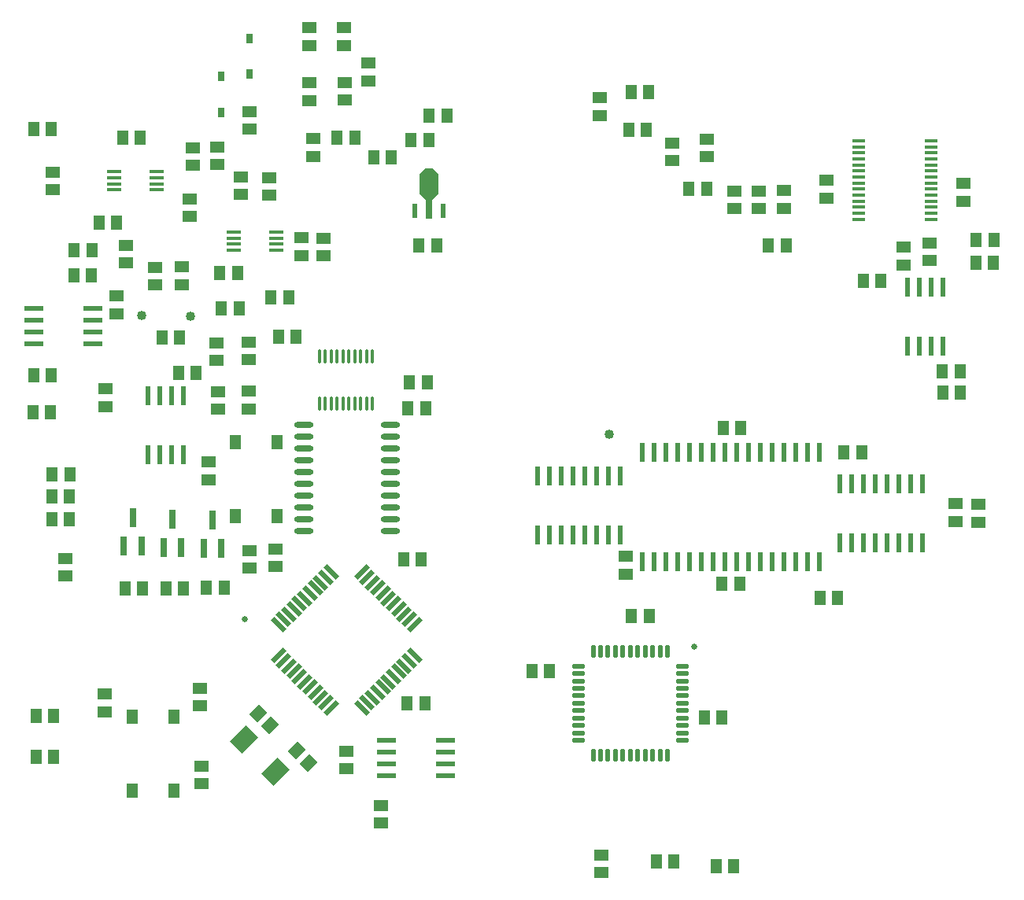
<source format=gtp>
G04*
G04 #@! TF.GenerationSoftware,Altium Limited,Altium Designer,18.1.3 (115)*
G04*
G04 Layer_Color=8421504*
%FSAX25Y25*%
%MOIN*%
G70*
G01*
G75*
%ADD19O,0.06299X0.01496*%
%ADD20C,0.02500*%
%ADD21R,0.05118X0.05906*%
%ADD22R,0.05906X0.05118*%
%ADD23R,0.02400X0.08000*%
%ADD24R,0.05118X0.06102*%
%ADD25R,0.08000X0.02400*%
G04:AMPARAMS|DCode=26|XSize=51.18mil|YSize=59.06mil|CornerRadius=0mil|HoleSize=0mil|Usage=FLASHONLY|Rotation=135.000|XOffset=0mil|YOffset=0mil|HoleType=Round|Shape=Rectangle|*
%AMROTATEDRECTD26*
4,1,4,0.03897,0.00278,-0.00278,-0.03897,-0.03897,-0.00278,0.00278,0.03897,0.03897,0.00278,0.0*
%
%ADD26ROTATEDRECTD26*%

G04:AMPARAMS|DCode=27|XSize=70.87mil|YSize=94.49mil|CornerRadius=0mil|HoleSize=0mil|Usage=FLASHONLY|Rotation=135.000|XOffset=0mil|YOffset=0mil|HoleType=Round|Shape=Rectangle|*
%AMROTATEDRECTD27*
4,1,4,0.05846,0.00835,-0.00835,-0.05846,-0.05846,-0.00835,0.00835,0.05846,0.05846,0.00835,0.0*
%
%ADD27ROTATEDRECTD27*%

G04:AMPARAMS|DCode=28|XSize=70.87mil|YSize=19.68mil|CornerRadius=0mil|HoleSize=0mil|Usage=FLASHONLY|Rotation=135.000|XOffset=0mil|YOffset=0mil|HoleType=Round|Shape=Rectangle|*
%AMROTATEDRECTD28*
4,1,4,0.03202,-0.01810,0.01810,-0.03202,-0.03202,0.01810,-0.01810,0.03202,0.03202,-0.01810,0.0*
%
%ADD28ROTATEDRECTD28*%

G04:AMPARAMS|DCode=29|XSize=70.87mil|YSize=19.68mil|CornerRadius=0mil|HoleSize=0mil|Usage=FLASHONLY|Rotation=45.000|XOffset=0mil|YOffset=0mil|HoleType=Round|Shape=Rectangle|*
%AMROTATEDRECTD29*
4,1,4,-0.01810,-0.03202,-0.03202,-0.01810,0.01810,0.03202,0.03202,0.01810,-0.01810,-0.03202,0.0*
%
%ADD29ROTATEDRECTD29*%

%ADD30R,0.03150X0.08000*%
%ADD31R,0.03150X0.08024*%
%ADD32O,0.08268X0.02362*%
%ADD33O,0.01378X0.06102*%
%ADD34C,0.04000*%
%ADD35R,0.02953X0.03937*%
%ADD36R,0.05709X0.01496*%
%ADD37O,0.05709X0.01496*%
%ADD38R,0.02362X0.06299*%
%ADD39R,0.02756X0.07874*%
%ADD40R,0.05906X0.05118*%
%ADD41R,0.05118X0.05906*%
%ADD42O,0.01968X0.05709*%
%ADD43O,0.05709X0.01968*%
%ADD44R,0.02165X0.07874*%
G36*
X0327753Y0412687D02*
Y0404419D01*
X0325194Y0401860D01*
X0322438D01*
X0319879Y0404419D01*
Y0412687D01*
X0322438Y0415246D01*
X0325194D01*
X0327753Y0412687D01*
D02*
G37*
D19*
X0190461Y0413755D02*
D03*
Y0411196D02*
D03*
Y0408637D02*
D03*
Y0406078D02*
D03*
X0208571Y0413755D02*
D03*
Y0411196D02*
D03*
Y0408637D02*
D03*
Y0406078D02*
D03*
X0241061Y0388155D02*
D03*
Y0385596D02*
D03*
Y0383037D02*
D03*
Y0380478D02*
D03*
X0259171Y0388155D02*
D03*
Y0385596D02*
D03*
Y0383037D02*
D03*
Y0380478D02*
D03*
D20*
X0245816Y0224116D02*
D03*
X0436183Y0212416D02*
D03*
D21*
X0541376Y0320116D02*
D03*
X0548856D02*
D03*
X0563156Y0384916D02*
D03*
X0555676D02*
D03*
X0562956Y0375216D02*
D03*
X0555476D02*
D03*
X0489376Y0233216D02*
D03*
X0496856D02*
D03*
X0315676Y0324616D02*
D03*
X0323156D02*
D03*
X0217776Y0328416D02*
D03*
X0225256D02*
D03*
X0164956Y0165716D02*
D03*
X0157476D02*
D03*
X0427656Y0121416D02*
D03*
X0420176D02*
D03*
X0314676Y0188616D02*
D03*
X0322156D02*
D03*
X0313076Y0249316D02*
D03*
X0320556D02*
D03*
X0202556Y0237216D02*
D03*
X0195076D02*
D03*
X0171756Y0285316D02*
D03*
X0164276D02*
D03*
X0171556Y0266616D02*
D03*
X0164076D02*
D03*
X0171656Y0276016D02*
D03*
X0164176D02*
D03*
X0499676Y0294716D02*
D03*
X0507156D02*
D03*
X0447876Y0239016D02*
D03*
X0455356D02*
D03*
X0455856Y0305116D02*
D03*
X0448376D02*
D03*
X0314976Y0313316D02*
D03*
X0322456D02*
D03*
X0541276Y0329116D02*
D03*
X0548756D02*
D03*
X0260055Y0343816D02*
D03*
X0267536D02*
D03*
X0256876Y0360616D02*
D03*
X0264356D02*
D03*
X0210776Y0343616D02*
D03*
X0218256D02*
D03*
X0156176Y0311916D02*
D03*
X0163656D02*
D03*
X0156376Y0327416D02*
D03*
X0163856D02*
D03*
X0242756Y0370716D02*
D03*
X0235276D02*
D03*
X0307856Y0419816D02*
D03*
X0300376D02*
D03*
X0243356Y0355816D02*
D03*
X0235876D02*
D03*
X0184176Y0392216D02*
D03*
X0191656D02*
D03*
X0173676Y0380416D02*
D03*
X0181156D02*
D03*
X0173376Y0369716D02*
D03*
X0180856D02*
D03*
X0292456Y0428136D02*
D03*
X0284976D02*
D03*
X0417056Y0225416D02*
D03*
X0409576D02*
D03*
X0441456Y0406316D02*
D03*
X0433976D02*
D03*
X0475056Y0382616D02*
D03*
X0467576D02*
D03*
X0327156Y0382316D02*
D03*
X0319676D02*
D03*
X0331356Y0437516D02*
D03*
X0323876D02*
D03*
X0316276Y0427116D02*
D03*
X0323756D02*
D03*
X0415956Y0431416D02*
D03*
X0408476D02*
D03*
X0416856Y0447616D02*
D03*
X0409376D02*
D03*
X0229676Y0237389D02*
D03*
X0237156D02*
D03*
X0212476Y0237116D02*
D03*
X0219956D02*
D03*
X0447956Y0182316D02*
D03*
X0440476D02*
D03*
X0507776Y0367316D02*
D03*
X0515256D02*
D03*
X0156376Y0431676D02*
D03*
X0163856D02*
D03*
X0194176Y0428116D02*
D03*
X0201656D02*
D03*
X0452856Y0119416D02*
D03*
X0445376D02*
D03*
X0367476Y0202216D02*
D03*
X0374956D02*
D03*
D22*
X0536016Y0383556D02*
D03*
Y0376076D02*
D03*
X0525016Y0381656D02*
D03*
Y0374176D02*
D03*
X0556616Y0272656D02*
D03*
Y0265176D02*
D03*
X0546716Y0273043D02*
D03*
Y0265563D02*
D03*
X0288816Y0168256D02*
D03*
Y0160776D02*
D03*
X0247716Y0253256D02*
D03*
Y0245776D02*
D03*
X0227416Y0161856D02*
D03*
Y0154376D02*
D03*
X0303616Y0145256D02*
D03*
Y0137776D02*
D03*
X0258878Y0246376D02*
D03*
Y0253856D02*
D03*
X0230416Y0283176D02*
D03*
Y0290656D02*
D03*
X0407216Y0250756D02*
D03*
Y0243276D02*
D03*
X0247416Y0313176D02*
D03*
Y0320656D02*
D03*
X0247516Y0334136D02*
D03*
Y0341616D02*
D03*
X0219316Y0373356D02*
D03*
Y0365876D02*
D03*
X0191416Y0353576D02*
D03*
Y0361056D02*
D03*
X0234516Y0312976D02*
D03*
Y0320456D02*
D03*
X0233716Y0341216D02*
D03*
Y0333736D02*
D03*
X0269716Y0385656D02*
D03*
Y0378176D02*
D03*
X0207716Y0373156D02*
D03*
Y0365676D02*
D03*
X0256216Y0403676D02*
D03*
Y0411156D02*
D03*
X0164416Y0405976D02*
D03*
Y0413456D02*
D03*
X0195416Y0382556D02*
D03*
Y0375076D02*
D03*
X0222516Y0394736D02*
D03*
Y0402216D02*
D03*
X0234316Y0416776D02*
D03*
Y0424256D02*
D03*
X0224016Y0423956D02*
D03*
Y0416476D02*
D03*
X0474316Y0405756D02*
D03*
Y0398276D02*
D03*
X0492216Y0410118D02*
D03*
Y0402637D02*
D03*
X0441416Y0419976D02*
D03*
Y0427456D02*
D03*
X0298216Y0459656D02*
D03*
Y0452176D02*
D03*
X0273116Y0467176D02*
D03*
Y0474656D02*
D03*
X0288216Y0443976D02*
D03*
Y0451456D02*
D03*
X0396216Y0445056D02*
D03*
Y0437576D02*
D03*
X0226816Y0187376D02*
D03*
Y0194856D02*
D03*
X0186616Y0192356D02*
D03*
Y0184876D02*
D03*
X0187016Y0321716D02*
D03*
Y0314236D02*
D03*
X0288016Y0474756D02*
D03*
Y0467276D02*
D03*
X0426816Y0425956D02*
D03*
Y0418476D02*
D03*
X0550116Y0408756D02*
D03*
Y0401276D02*
D03*
X0247916Y0431676D02*
D03*
Y0439156D02*
D03*
X0244316Y0403976D02*
D03*
Y0411456D02*
D03*
X0396716Y0124256D02*
D03*
Y0116776D02*
D03*
X0169716Y0249956D02*
D03*
Y0242476D02*
D03*
X0279216Y0385556D02*
D03*
Y0378076D02*
D03*
D23*
X0541416Y0339716D02*
D03*
X0536416D02*
D03*
X0531416D02*
D03*
X0526416D02*
D03*
Y0364716D02*
D03*
X0531416D02*
D03*
X0536416D02*
D03*
X0541416D02*
D03*
X0497916Y0281416D02*
D03*
X0502916D02*
D03*
X0507916D02*
D03*
X0512916D02*
D03*
X0517916D02*
D03*
X0522916D02*
D03*
X0527916D02*
D03*
X0532916D02*
D03*
X0527916Y0256416D02*
D03*
X0522916D02*
D03*
X0517916D02*
D03*
X0497916D02*
D03*
X0502916D02*
D03*
X0507916D02*
D03*
X0512916D02*
D03*
X0532916D02*
D03*
X0204916Y0318816D02*
D03*
X0209916D02*
D03*
X0214916D02*
D03*
X0219916D02*
D03*
Y0293816D02*
D03*
X0214916D02*
D03*
X0209916D02*
D03*
X0204916D02*
D03*
X0369716Y0284916D02*
D03*
X0389716D02*
D03*
X0394716D02*
D03*
X0399716D02*
D03*
X0404716D02*
D03*
X0384716Y0284916D02*
D03*
X0379716Y0284916D02*
D03*
X0374716D02*
D03*
X0369716Y0259916D02*
D03*
X0374716D02*
D03*
X0379716D02*
D03*
X0384716D02*
D03*
X0389716D02*
D03*
X0394716D02*
D03*
X0399716D02*
D03*
X0404716D02*
D03*
D24*
X0241858Y0267767D02*
D03*
X0259574D02*
D03*
X0241858Y0299066D02*
D03*
X0259574D02*
D03*
X0215874Y0182666D02*
D03*
X0198158D02*
D03*
X0215874Y0151367D02*
D03*
X0198158D02*
D03*
D25*
X0331016Y0172816D02*
D03*
Y0167816D02*
D03*
Y0162816D02*
D03*
Y0157816D02*
D03*
X0306016D02*
D03*
Y0162816D02*
D03*
Y0167816D02*
D03*
Y0172816D02*
D03*
X0181516Y0340716D02*
D03*
Y0345716D02*
D03*
Y0350716D02*
D03*
Y0355716D02*
D03*
X0156516D02*
D03*
Y0350716D02*
D03*
Y0345716D02*
D03*
Y0340716D02*
D03*
D26*
X0256661Y0178972D02*
D03*
X0251372Y0184261D02*
D03*
X0272979Y0163296D02*
D03*
X0267690Y0168585D02*
D03*
D27*
X0245446Y0173010D02*
D03*
X0258878Y0159578D02*
D03*
D28*
X0282370Y0244070D02*
D03*
X0280143Y0241843D02*
D03*
X0277916Y0239616D02*
D03*
X0275689Y0237389D02*
D03*
X0273462Y0235162D02*
D03*
X0271235Y0232935D02*
D03*
X0269008Y0230708D02*
D03*
X0266781Y0228481D02*
D03*
X0264553Y0226254D02*
D03*
X0262326Y0224026D02*
D03*
X0260099Y0221799D02*
D03*
X0317726Y0208715D02*
D03*
X0315499Y0206488D02*
D03*
X0313271Y0204261D02*
D03*
X0311044Y0202034D02*
D03*
X0308817Y0199807D02*
D03*
X0306590Y0197580D02*
D03*
X0304363Y0195352D02*
D03*
X0302136Y0193125D02*
D03*
X0299909Y0190898D02*
D03*
X0297682Y0188671D02*
D03*
X0295455Y0186444D02*
D03*
D29*
X0317726Y0221799D02*
D03*
X0315499Y0224026D02*
D03*
X0313272Y0226254D02*
D03*
X0311044Y0228481D02*
D03*
X0308817Y0230708D02*
D03*
X0306590Y0232935D02*
D03*
X0304363Y0235162D02*
D03*
X0302136Y0237389D02*
D03*
X0299909Y0239616D02*
D03*
X0297682Y0241843D02*
D03*
X0295455Y0244070D02*
D03*
X0282370Y0186444D02*
D03*
X0280143Y0188671D02*
D03*
X0277916Y0190898D02*
D03*
X0275689Y0193125D02*
D03*
X0273462Y0195352D02*
D03*
X0271235Y0197580D02*
D03*
X0269008Y0199807D02*
D03*
X0266781Y0202034D02*
D03*
X0264553Y0204261D02*
D03*
X0262326Y0206488D02*
D03*
X0260099Y0208715D02*
D03*
D30*
X0215256Y0266616D02*
D03*
X0218997Y0254616D02*
D03*
X0232256Y0266216D02*
D03*
X0235997Y0254216D02*
D03*
X0198416Y0267016D02*
D03*
X0202156Y0255016D02*
D03*
D31*
X0211516Y0254616D02*
D03*
X0228516Y0254216D02*
D03*
X0194676Y0255016D02*
D03*
D32*
X0271009Y0306616D02*
D03*
Y0301616D02*
D03*
X0271009Y0296616D02*
D03*
X0271009Y0291616D02*
D03*
Y0286616D02*
D03*
Y0281616D02*
D03*
Y0276616D02*
D03*
X0271009Y0271616D02*
D03*
X0271009Y0266616D02*
D03*
Y0261616D02*
D03*
X0307623Y0306616D02*
D03*
Y0301616D02*
D03*
Y0296616D02*
D03*
Y0291616D02*
D03*
Y0286616D02*
D03*
Y0281616D02*
D03*
Y0276616D02*
D03*
Y0271616D02*
D03*
Y0266616D02*
D03*
Y0261616D02*
D03*
D33*
X0277466Y0315377D02*
D03*
X0279966D02*
D03*
X0282466D02*
D03*
X0284966D02*
D03*
X0287466D02*
D03*
X0289966D02*
D03*
X0292466D02*
D03*
X0294966D02*
D03*
X0297466D02*
D03*
X0299966D02*
D03*
X0277466Y0335455D02*
D03*
X0279966D02*
D03*
X0282466D02*
D03*
X0284966D02*
D03*
X0287466D02*
D03*
X0289966D02*
D03*
X0292466D02*
D03*
X0294966D02*
D03*
X0297466D02*
D03*
X0299966D02*
D03*
D34*
X0202216Y0352916D02*
D03*
X0222716Y0352516D02*
D03*
X0400116Y0302516D02*
D03*
D35*
X0247916Y0455137D02*
D03*
Y0470295D02*
D03*
X0235816Y0454095D02*
D03*
Y0438937D02*
D03*
D36*
X0505862Y0426850D02*
D03*
Y0424291D02*
D03*
Y0421732D02*
D03*
Y0419173D02*
D03*
Y0416614D02*
D03*
Y0414055D02*
D03*
Y0411496D02*
D03*
Y0408937D02*
D03*
Y0406378D02*
D03*
Y0403819D02*
D03*
Y0401260D02*
D03*
Y0398700D02*
D03*
Y0396141D02*
D03*
Y0393582D02*
D03*
X0536571Y0426850D02*
D03*
Y0424291D02*
D03*
Y0421732D02*
D03*
Y0419173D02*
D03*
Y0416614D02*
D03*
Y0414055D02*
D03*
Y0411496D02*
D03*
Y0408937D02*
D03*
Y0406378D02*
D03*
Y0403819D02*
D03*
Y0401260D02*
D03*
Y0398700D02*
D03*
Y0396141D02*
D03*
D37*
Y0393582D02*
D03*
D38*
X0329722Y0397136D02*
D03*
X0317911D02*
D03*
D39*
X0323816Y0397923D02*
D03*
D40*
X0273216Y0443895D02*
D03*
Y0451375D02*
D03*
X0274816Y0420176D02*
D03*
Y0427656D02*
D03*
X0453316Y0398076D02*
D03*
Y0405556D02*
D03*
X0463516Y0405456D02*
D03*
Y0397976D02*
D03*
D41*
X0157476Y0183116D02*
D03*
X0164956D02*
D03*
D42*
X0393368Y0166469D02*
D03*
X0396518D02*
D03*
X0399667D02*
D03*
X0402817D02*
D03*
X0405967D02*
D03*
X0409116D02*
D03*
X0412266D02*
D03*
X0415415D02*
D03*
X0418565D02*
D03*
X0421715D02*
D03*
X0424864D02*
D03*
Y0210563D02*
D03*
X0421715D02*
D03*
X0418565D02*
D03*
X0415415D02*
D03*
X0412266D02*
D03*
X0409116D02*
D03*
X0405967D02*
D03*
X0402817D02*
D03*
X0399667D02*
D03*
X0396518D02*
D03*
X0393368D02*
D03*
D43*
X0431163Y0172768D02*
D03*
Y0175918D02*
D03*
Y0179067D02*
D03*
Y0182217D02*
D03*
Y0185367D02*
D03*
Y0188516D02*
D03*
Y0191666D02*
D03*
Y0194815D02*
D03*
Y0197965D02*
D03*
Y0201115D02*
D03*
Y0204264D02*
D03*
X0387069Y0204264D02*
D03*
Y0201115D02*
D03*
Y0197965D02*
D03*
Y0194815D02*
D03*
Y0191666D02*
D03*
Y0188516D02*
D03*
Y0185367D02*
D03*
Y0182217D02*
D03*
Y0179067D02*
D03*
Y0175918D02*
D03*
Y0172768D02*
D03*
D44*
X0489116Y0294915D02*
D03*
X0484116D02*
D03*
X0479116D02*
D03*
X0474116D02*
D03*
X0469116D02*
D03*
X0464116D02*
D03*
X0459116D02*
D03*
X0454116D02*
D03*
X0449116D02*
D03*
X0444116D02*
D03*
X0439116D02*
D03*
X0434116D02*
D03*
X0429116D02*
D03*
X0424116D02*
D03*
X0419116D02*
D03*
X0414116D02*
D03*
X0489116Y0248616D02*
D03*
X0484116D02*
D03*
X0479116D02*
D03*
X0474116D02*
D03*
X0469116D02*
D03*
X0464116D02*
D03*
X0459116D02*
D03*
X0454116D02*
D03*
X0449116D02*
D03*
X0444116D02*
D03*
X0439116D02*
D03*
X0434116D02*
D03*
X0429116Y0248616D02*
D03*
X0424116Y0248616D02*
D03*
X0419116D02*
D03*
X0414116D02*
D03*
M02*

</source>
